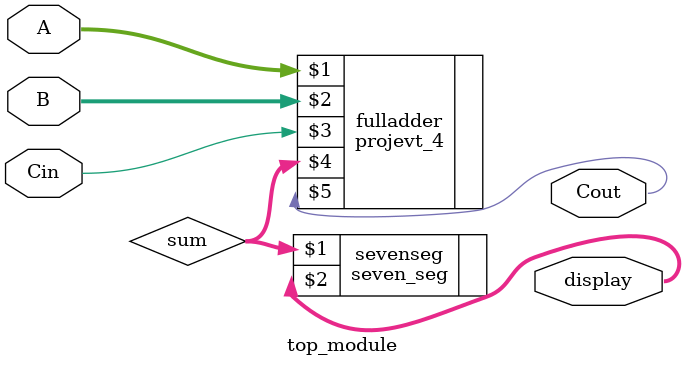
<source format=v>
`timescale 1ns / 1ps


module top_module(
    input [3:0] A,
    input [3:0] B,
    input Cin,
    output [6:0] display,
    output Cout
    );
    wire [3:0] sum;
    projevt_4 fulladder(A[3:0], B[3:0], Cin, sum[3:0], Cout);
    seven_seg sevenseg(sum[3:0], display[6:0]);
    
endmodule

</source>
